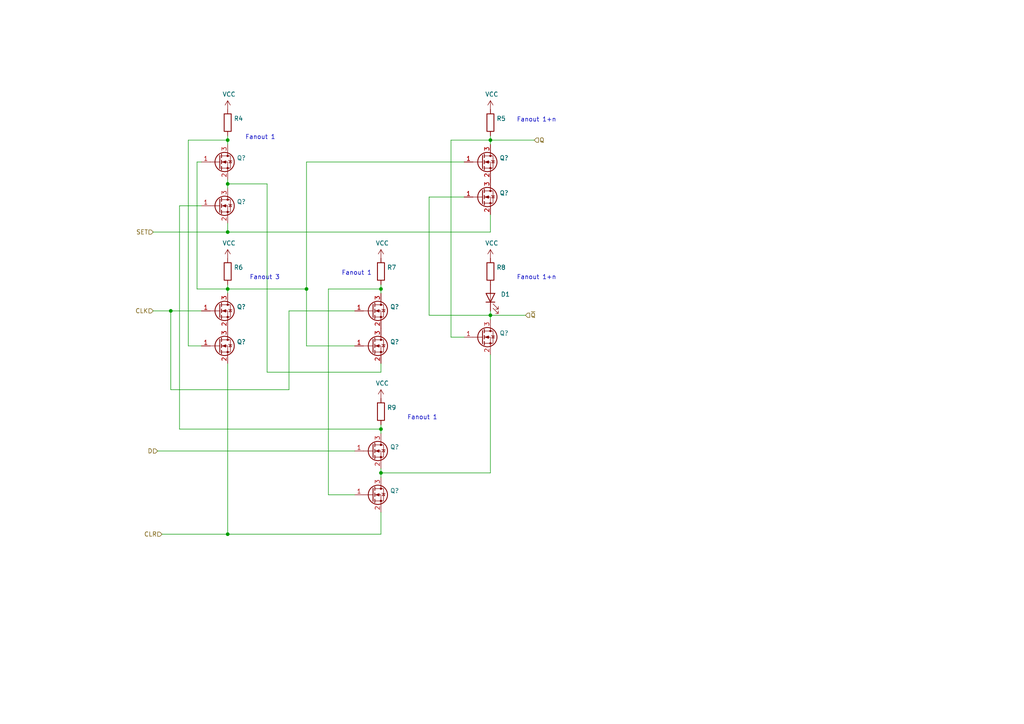
<source format=kicad_sch>
(kicad_sch (version 20211123) (generator eeschema)
  (paper "A4")
  (title_block (title "Q2 Computer") (date "2022-04-16") (rev "4c") (company "joewing.net"))
  (lib_symbols
    (symbol "Device:LED" (pin_numbers hide) (pin_names (offset 1.016) hide)
      (property "Reference" "D" (at 0 2.54 0))
      (property "Value" "LED" (at 0 -2.54 0))
      (symbol "LED_0_1"
        (polyline (pts (xy -1.27 -1.27) (xy -1.27 1.27)) (stroke (width 0.254)))
        (polyline (pts (xy -1.27 0) (xy 1.27 0)))
        (polyline (pts (xy 1.27 -1.27) (xy 1.27 1.27) (xy -1.27 0) (xy 1.27 -1.27)) (stroke (width 0.254)))
        (polyline (pts (xy -3.048 -0.762) (xy -4.572 -2.286) (xy -3.81 -2.286) (xy -4.572 -2.286) (xy -4.572 -1.524)))
        (polyline (pts (xy -1.778 -0.762) (xy -3.302 -2.286) (xy -2.54 -2.286) (xy -3.302 -2.286) (xy -3.302 -1.524)))
      )
      (symbol "LED_1_1"
        (pin passive line (at -3.81 0 0) (length 2.54) (name "K") (number "1"))
        (pin passive line (at 3.81 0 180) (length 2.54) (name "A") (number "2"))
      )
    )
    (symbol "Device:R" (pin_numbers hide) (pin_names (offset 0))
      (property "Reference" "R" (at 2.032 0 90))
      (property "Value" "R" (at 0 0 90))
      (symbol "R_0_1"
        (rectangle (start -1.016 -2.54) (end 1.016 2.54) (stroke (width 0.254)))
      )
      (symbol "R_1_1"
        (pin passive line (at 0 3.81 270) (length 1.27) (name "~") (number "1"))
        (pin passive line (at 0 -3.81 90) (length 1.27) (name "~") (number "2"))
      )
    )
    (symbol "Transistor_FET:2N7002" (pin_names hide)
      (property "Reference" "Q" (at 5.08 1.905 0))
      (property "Value" "2N7002" (at 5.08 0 0))
      (symbol "2N7002_0_1"
        (polyline (pts (xy 0.254 0) (xy -2.54 0)))
        (polyline (pts (xy 0.254 1.905) (xy 0.254 -1.905)) (stroke (width 0.254)))
        (polyline (pts (xy 0.762 -1.27) (xy 0.762 -2.286)) (stroke (width 0.254)))
        (polyline (pts (xy 0.762 0.508) (xy 0.762 -0.508)) (stroke (width 0.254)))
        (polyline (pts (xy 0.762 2.286) (xy 0.762 1.27)) (stroke (width 0.254)))
        (polyline (pts (xy 2.54 2.54) (xy 2.54 1.778)))
        (polyline (pts (xy 2.54 -2.54) (xy 2.54 0) (xy 0.762 0)))
        (polyline (pts (xy 0.762 -1.778) (xy 3.302 -1.778) (xy 3.302 1.778) (xy 0.762 1.778)))
        (polyline (pts (xy 1.016 0) (xy 2.032 0.381) (xy 2.032 -0.381) (xy 1.016 0)) (fill (type outline)))
        (polyline (pts (xy 2.794 0.508) (xy 2.921 0.381) (xy 3.683 0.381) (xy 3.81 0.254)))
        (polyline (pts (xy 3.302 0.381) (xy 2.921 -0.254) (xy 3.683 -0.254) (xy 3.302 0.381)))
        (circle (center 1.651 0) (radius 2.794) (stroke (width 0.254)))
        (circle (center 2.54 -1.778) (radius 0.254) (fill (type outline)))
        (circle (center 2.54 1.778) (radius 0.254) (fill (type outline)))
      )
      (symbol "2N7002_1_1"
        (pin input line (at -5.08 0 0) (length 2.54) (name "G") (number "1"))
        (pin passive line (at 2.54 -5.08 90) (length 2.54) (name "S") (number "2"))
        (pin passive line (at 2.54 5.08 270) (length 2.54) (name "D") (number "3"))
      )
    )
    (symbol "power:VCC" (power) (pin_names (offset 0))
      (property "Value" "VCC" (at 0 3.81 0))
      (symbol "VCC_0_1"
        (polyline (pts (xy -0.762 1.27) (xy 0 2.54)))
        (polyline (pts (xy 0 0) (xy 0 2.54)))
        (polyline (pts (xy 0 2.54) (xy 0.762 1.27)))
      )
      (symbol "VCC_1_1"
        (pin power_in line (at 0 0 90) (length 0) hide (name "VCC") (number "1"))
      )
    )
  )
  (junction (at 110.49 124.46))
  (junction (at 66.04 40.64))
  (junction (at 66.04 53.34))
  (junction (at 66.04 67.31))
  (junction (at 142.24 91.44))
  (junction (at 110.49 83.82))
  (junction (at 66.04 154.94))
  (junction (at 110.49 137.16))
  (junction (at 66.04 83.82))
  (junction (at 88.9 83.82))
  (junction (at 49.53 90.17))
  (junction (at 142.24 40.64))
  (wire (pts (xy 142.24 91.44) (xy 124.46 91.44)))
  (wire (pts (xy 54.61 100.33) (xy 54.61 40.64)))
  (wire (pts (xy 152.4 91.44) (xy 142.24 91.44)))
  (wire (pts (xy 134.62 97.79) (xy 130.81 97.79)))
  (wire (pts (xy 66.04 53.34) (xy 66.04 54.61)))
  (wire (pts (xy 83.82 90.17) (xy 102.87 90.17)))
  (wire (pts (xy 57.15 46.99) (xy 57.15 83.82)))
  (wire (pts (xy 83.82 113.03) (xy 49.53 113.03)))
  (wire (pts (xy 66.04 40.64) (xy 66.04 41.91)))
  (wire (pts (xy 130.81 40.64) (xy 130.81 97.79)))
  (wire (pts (xy 110.49 123.19) (xy 110.49 124.46)))
  (wire (pts (xy 110.49 82.55) (xy 110.49 83.82)))
  (wire (pts (xy 110.49 124.46) (xy 110.49 125.73)))
  (wire (pts (xy 66.04 64.77) (xy 66.04 67.31)))
  (wire (pts (xy 142.24 39.37) (xy 142.24 40.64)))
  (wire (pts (xy 52.07 124.46) (xy 52.07 59.69)))
  (wire (pts (xy 95.25 83.82) (xy 110.49 83.82)))
  (wire (pts (xy 44.45 90.17) (xy 49.53 90.17)))
  (wire (pts (xy 142.24 62.23) (xy 142.24 67.31)))
  (wire (pts (xy 110.49 105.41) (xy 110.49 107.95)))
  (wire (pts (xy 83.82 90.17) (xy 83.82 113.03)))
  (wire (pts (xy 110.49 137.16) (xy 110.49 138.43)))
  (wire (pts (xy 95.25 83.82) (xy 95.25 143.51)))
  (wire (pts (xy 110.49 148.59) (xy 110.49 154.94)))
  (wire (pts (xy 66.04 83.82) (xy 88.9 83.82)))
  (wire (pts (xy 77.47 53.34) (xy 66.04 53.34)))
  (wire (pts (xy 142.24 40.64) (xy 130.81 40.64)))
  (wire (pts (xy 52.07 124.46) (xy 110.49 124.46)))
  (wire (pts (xy 45.72 130.81) (xy 102.87 130.81)))
  (wire (pts (xy 142.24 90.17) (xy 142.24 91.44)))
  (wire (pts (xy 66.04 154.94) (xy 110.49 154.94)))
  (wire (pts (xy 58.42 59.69) (xy 52.07 59.69)))
  (wire (pts (xy 58.42 100.33) (xy 54.61 100.33)))
  (wire (pts (xy 88.9 83.82) (xy 88.9 100.33)))
  (wire (pts (xy 142.24 137.16) (xy 142.24 102.87)))
  (wire (pts (xy 154.94 40.64) (xy 142.24 40.64)))
  (wire (pts (xy 66.04 67.31) (xy 142.24 67.31)))
  (wire (pts (xy 88.9 100.33) (xy 102.87 100.33)))
  (wire (pts (xy 54.61 40.64) (xy 66.04 40.64)))
  (wire (pts (xy 57.15 83.82) (xy 66.04 83.82)))
  (wire (pts (xy 102.87 143.51) (xy 95.25 143.51)))
  (wire (pts (xy 134.62 57.15) (xy 124.46 57.15)))
  (wire (pts (xy 66.04 83.82) (xy 66.04 85.09)))
  (wire (pts (xy 57.15 46.99) (xy 58.42 46.99)))
  (wire (pts (xy 142.24 40.64) (xy 142.24 41.91)))
  (wire (pts (xy 66.04 52.07) (xy 66.04 53.34)))
  (wire (pts (xy 49.53 90.17) (xy 49.53 113.03)))
  (wire (pts (xy 46.99 154.94) (xy 66.04 154.94)))
  (wire (pts (xy 110.49 135.89) (xy 110.49 137.16)))
  (wire (pts (xy 66.04 39.37) (xy 66.04 40.64)))
  (wire (pts (xy 88.9 46.99) (xy 88.9 83.82)))
  (wire (pts (xy 142.24 91.44) (xy 142.24 92.71)))
  (wire (pts (xy 77.47 107.95) (xy 77.47 53.34)))
  (wire (pts (xy 44.45 67.31) (xy 66.04 67.31)))
  (wire (pts (xy 124.46 57.15) (xy 124.46 91.44)))
  (wire (pts (xy 110.49 83.82) (xy 110.49 85.09)))
  (wire (pts (xy 110.49 107.95) (xy 77.47 107.95)))
  (wire (pts (xy 66.04 82.55) (xy 66.04 83.82)))
  (wire (pts (xy 49.53 90.17) (xy 58.42 90.17)))
  (wire (pts (xy 110.49 137.16) (xy 142.24 137.16)))
  (wire (pts (xy 134.62 46.99) (xy 88.9 46.99)))
  (wire (pts (xy 66.04 105.41) (xy 66.04 154.94)))
  (text "Fanout 1+n" (at 149.86 35.56 0) (effects (font (size 1.27 1.27)) (justify left bottom)))
  (text "Fanout 1" (at 99.06 80.01 0) (effects (font (size 1.27 1.27)) (justify left bottom)))
  (text "Fanout 1+n" (at 149.86 81.28 0) (effects (font (size 1.27 1.27)) (justify left bottom)))
  (text "Fanout 1" (at 71.12 40.64 0) (effects (font (size 1.27 1.27)) (justify left bottom)))
  (text "Fanout 1" (at 118.11 121.92 0) (effects (font (size 1.27 1.27)) (justify left bottom)))
  (text "Fanout 3" (at 72.39 81.28 0) (effects (font (size 1.27 1.27)) (justify left bottom)))
  (hierarchical_label "CLK" (shape input) (at 44.45 90.17 180))
  (hierarchical_label "SET" (shape input) (at 44.45 67.31 180))
  (hierarchical_label "D" (shape input) (at 45.72 130.81 180))
  (hierarchical_label "~{Q}" (shape input) (at 152.4 91.44 0))
  (hierarchical_label "CLR" (shape input) (at 46.99 154.94 180))
  (hierarchical_label "Q" (shape input) (at 154.94 40.64 0))
  (symbol (lib_id "Device:LED") (at 142.24 86.36 90) (unit 1)
    (property "Reference" "D1" (at 145.2372 85.3694 90) (effects (justify right)))
    (property "LCSC" "C2296" (effects hide))
    (property "Manufacturer" "Hubei KENTO Elec" (effects hide))
    (property "Part Number" "17-21SUYC/TR8" (effects hide))
    (property "Package" "0805" (effects hide))
    (property "Type" "SMD" (effects hide))
  )
  (symbol (lib_id "Device:R") (at 142.24 78.74 0) (unit 1)
    (property "Reference" "R8" (at 144.018 77.5716 0) (effects (justify left)))
    (property "LCSC" "C21190" (effects hide))
    (property "Manufacturer" "UNI-ROYAL(Uniroyal Elec)" (effects hide))
    (property "Part Number" "0603WAF1001T5E" (effects hide))
    (property "Package" "0603" (effects hide))
    (property "Type" "SMD" (effects hide))
  )
  (symbol (lib_id "power:VCC") (at 142.24 74.93 0) (unit 1)
    (property "Reference" "#PWR017" (effects hide))
  )
  (symbol (lib_id "Transistor_FET:2N7002") (at 63.5 46.99 0) (unit 1)
    (property "Reference" "Q?" (at 68.6816 45.8216 0) (effects (justify left)))
    (property "LCSC" "C181083" (effects hide))
    (property "Manufacturer" "Guangdong Hottech" (effects hide))
    (property "Part Number" "2N7002" (effects hide))
    (property "Package" "SOT-23" (effects hide))
    (property "Type" "SMD" (effects hide))
  )
  (symbol (lib_id "Device:R") (at 66.04 35.56 0) (unit 1)
    (property "Reference" "R4" (at 67.818 34.3916 0) (effects (justify left)))
    (property "LCSC" "C25804" (effects hide))
    (property "Manufacturer" "UNI-ROYAL(Uniroyal Elec)" (effects hide))
    (property "Part Number" "0603WAF1002T5E" (effects hide))
    (property "Package" "0603" (effects hide))
    (property "Type" "SMD" (effects hide))
  )
  (symbol (lib_id "power:VCC") (at 66.04 31.75 0) (unit 1)
    (property "Reference" "#PWR013" (effects hide))
  )
  (symbol (lib_id "Transistor_FET:2N7002") (at 63.5 59.69 0) (unit 1)
    (property "Reference" "Q?" (at 68.6816 58.5216 0) (effects (justify left)))
    (property "LCSC" "C181083" (effects hide))
    (property "Manufacturer" "Guangdong Hottech" (effects hide))
    (property "Part Number" "2N7002" (effects hide))
    (property "Package" "SOT-23" (effects hide))
    (property "Type" "SMD" (effects hide))
  )
  (symbol (lib_id "Transistor_FET:2N7002") (at 63.5 90.17 0) (unit 1)
    (property "Reference" "Q?" (at 68.6816 89.0016 0) (effects (justify left)))
    (property "LCSC" "C181083" (effects hide))
    (property "Manufacturer" "Guangdong Hottech" (effects hide))
    (property "Part Number" "2N7002" (effects hide))
    (property "Package" "SOT-23" (effects hide))
    (property "Type" "SMD" (effects hide))
  )
  (symbol (lib_id "Device:R") (at 66.04 78.74 0) (unit 1)
    (property "Reference" "R6" (at 67.818 77.5716 0) (effects (justify left)))
    (property "LCSC" "C25804" (effects hide))
    (property "Manufacturer" "UNI-ROYAL(Uniroyal Elec)" (effects hide))
    (property "Part Number" "0603WAF1002T5E" (effects hide))
    (property "Package" "0603" (effects hide))
    (property "Type" "SMD" (effects hide))
  )
  (symbol (lib_id "power:VCC") (at 66.04 74.93 0) (unit 1)
    (property "Reference" "#PWR015" (effects hide))
  )
  (symbol (lib_id "Transistor_FET:2N7002") (at 63.5 100.33 0) (unit 1)
    (property "Reference" "Q?" (at 68.6816 99.1616 0) (effects (justify left)))
    (property "LCSC" "C181083" (effects hide))
    (property "Manufacturer" "Guangdong Hottech" (effects hide))
    (property "Part Number" "2N7002" (effects hide))
    (property "Package" "SOT-23" (effects hide))
    (property "Type" "SMD" (effects hide))
  )
  (symbol (lib_id "Transistor_FET:2N7002") (at 107.95 90.17 0) (unit 1)
    (property "Reference" "Q?" (at 113.1316 89.0016 0) (effects (justify left)))
    (property "LCSC" "C181083" (effects hide))
    (property "Manufacturer" "Guangdong Hottech" (effects hide))
    (property "Part Number" "2N7002" (effects hide))
    (property "Package" "SOT-23" (effects hide))
    (property "Type" "SMD" (effects hide))
  )
  (symbol (lib_id "Device:R") (at 110.49 78.74 0) (unit 1)
    (property "Reference" "R7" (at 112.268 77.5716 0) (effects (justify left)))
    (property "LCSC" "C31850" (effects hide))
    (property "Manufacturer" "UNI-ROYAL(Uniroyal Elec)" (effects hide))
    (property "Part Number" "0603WAF2202T5E" (effects hide))
    (property "Package" "0603" (effects hide))
    (property "Type" "SMD" (effects hide))
  )
  (symbol (lib_id "power:VCC") (at 110.49 74.93 0) (unit 1)
    (property "Reference" "#PWR016" (effects hide))
  )
  (symbol (lib_id "Transistor_FET:2N7002") (at 107.95 100.33 0) (unit 1)
    (property "Reference" "Q?" (at 113.1316 99.1616 0) (effects (justify left)))
    (property "LCSC" "C181083" (effects hide))
    (property "Manufacturer" "Guangdong Hottech" (effects hide))
    (property "Part Number" "2N7002" (effects hide))
    (property "Package" "SOT-23" (effects hide))
    (property "Type" "SMD" (effects hide))
  )
  (symbol (lib_id "Transistor_FET:2N7002") (at 107.95 130.81 0) (unit 1)
    (property "Reference" "Q?" (at 113.1316 129.6416 0) (effects (justify left)))
    (property "LCSC" "C181083" (effects hide))
    (property "Manufacturer" "Guangdong Hottech" (effects hide))
    (property "Part Number" "2N7002" (effects hide))
    (property "Package" "SOT-23" (effects hide))
    (property "Type" "SMD" (effects hide))
  )
  (symbol (lib_id "Device:R") (at 110.49 119.38 0) (unit 1)
    (property "Reference" "R9" (at 112.268 118.2116 0) (effects (justify left)))
    (property "LCSC" "C25804" (effects hide))
    (property "Manufacturer" "UNI-ROYAL(Uniroyal Elec)" (effects hide))
    (property "Part Number" "0603WAF1002T5E" (effects hide))
    (property "Package" "0603" (effects hide))
    (property "Type" "SMD" (effects hide))
  )
  (symbol (lib_id "power:VCC") (at 110.49 115.57 0) (unit 1)
    (property "Reference" "#PWR018" (effects hide))
  )
  (symbol (lib_id "Transistor_FET:2N7002") (at 107.95 143.51 0) (unit 1)
    (property "Reference" "Q?" (at 113.1316 142.3416 0) (effects (justify left)))
    (property "LCSC" "C181083" (effects hide))
    (property "Manufacturer" "Guangdong Hottech" (effects hide))
    (property "Part Number" "2N7002" (effects hide))
    (property "Package" "SOT-23" (effects hide))
    (property "Type" "SMD" (effects hide))
  )
  (symbol (lib_id "Transistor_FET:2N7002") (at 139.7 46.99 0) (unit 1)
    (property "Reference" "Q?" (at 144.8816 45.8216 0) (effects (justify left)))
    (property "LCSC" "C181083" (effects hide))
    (property "Manufacturer" "Guangdong Hottech" (effects hide))
    (property "Part Number" "2N7002" (effects hide))
    (property "Package" "SOT-23" (effects hide))
    (property "Type" "SMD" (effects hide))
  )
  (symbol (lib_id "Device:R") (at 142.24 35.56 0) (unit 1)
    (property "Reference" "R5" (at 144.018 34.3916 0) (effects (justify left)))
    (property "LCSC" "C23212" (effects hide))
    (property "Manufacturer" "UNI-ROYAL(Uniroyal Elec)" (effects hide))
    (property "Part Number" "0603WAF6801T5E" (effects hide))
    (property "Package" "0603" (effects hide))
    (property "Type" "SMD" (effects hide))
  )
  (symbol (lib_id "power:VCC") (at 142.24 31.75 0) (unit 1)
    (property "Reference" "#PWR014" (effects hide))
  )
  (symbol (lib_id "Transistor_FET:2N7002") (at 139.7 57.15 0) (unit 1)
    (property "Reference" "Q?" (at 144.8816 55.9816 0) (effects (justify left)))
    (property "LCSC" "C181083" (effects hide))
    (property "Manufacturer" "Guangdong Hottech" (effects hide))
    (property "Part Number" "2N7002" (effects hide))
    (property "Package" "SOT-23" (effects hide))
    (property "Type" "SMD" (effects hide))
  )
  (symbol (lib_id "Transistor_FET:2N7002") (at 139.7 97.79 0) (unit 1)
    (property "Reference" "Q?" (at 144.8816 96.6216 0) (effects (justify left)))
    (property "LCSC" "C181083" (effects hide))
    (property "Manufacturer" "Guangdong Hottech" (effects hide))
    (property "Part Number" "2N7002" (effects hide))
    (property "Package" "SOT-23" (effects hide))
    (property "Type" "SMD" (effects hide))
  )
)
</source>
